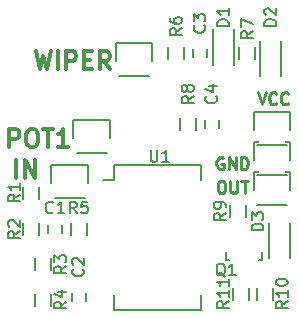
<source format=gto>
%TF.GenerationSoftware,KiCad,Pcbnew,4.0.4+e1-6308~48~ubuntu16.04.1-stable*%
%TF.CreationDate,2016-10-27T02:54:46-07:00*%
%TF.ProjectId,envelope-gen_LM358_DIP,656E76656C6F70652D67656E5F4C4D33,rev?*%
%TF.FileFunction,Legend,Top*%
%FSLAX46Y46*%
G04 Gerber Fmt 4.6, Leading zero omitted, Abs format (unit mm)*
G04 Created by KiCad (PCBNEW 4.0.4+e1-6308~48~ubuntu16.04.1-stable) date Thu Oct 27 02:54:46 2016*
%MOMM*%
%LPD*%
G01*
G04 APERTURE LIST*
%ADD10C,0.100000*%
%ADD11C,0.300000*%
%ADD12C,0.250000*%
%ADD13C,0.150000*%
%ADD14R,2.235200X2.235200*%
%ADD15O,1.600000X1.600000*%
%ADD16R,0.750000X0.800000*%
%ADD17R,1.220000X0.910000*%
%ADD18R,0.800100X0.800100*%
%ADD19R,0.900000X0.500000*%
G04 APERTURE END LIST*
D10*
D11*
X174371429Y-50478571D02*
X174728572Y-51978571D01*
X175014286Y-50907143D01*
X175300000Y-51978571D01*
X175657143Y-50478571D01*
X176228572Y-51978571D02*
X176228572Y-50478571D01*
X176942858Y-51978571D02*
X176942858Y-50478571D01*
X177514286Y-50478571D01*
X177657144Y-50550000D01*
X177728572Y-50621429D01*
X177800001Y-50764286D01*
X177800001Y-50978571D01*
X177728572Y-51121429D01*
X177657144Y-51192857D01*
X177514286Y-51264286D01*
X176942858Y-51264286D01*
X178442858Y-51192857D02*
X178942858Y-51192857D01*
X179157144Y-51978571D02*
X178442858Y-51978571D01*
X178442858Y-50478571D01*
X179157144Y-50478571D01*
X180657144Y-51978571D02*
X180157144Y-51264286D01*
X179800001Y-51978571D02*
X179800001Y-50478571D01*
X180371429Y-50478571D01*
X180514287Y-50550000D01*
X180585715Y-50621429D01*
X180657144Y-50764286D01*
X180657144Y-50978571D01*
X180585715Y-51121429D01*
X180514287Y-51192857D01*
X180371429Y-51264286D01*
X179800001Y-51264286D01*
X172135715Y-58578571D02*
X172135715Y-57078571D01*
X172707143Y-57078571D01*
X172850001Y-57150000D01*
X172921429Y-57221429D01*
X172992858Y-57364286D01*
X172992858Y-57578571D01*
X172921429Y-57721429D01*
X172850001Y-57792857D01*
X172707143Y-57864286D01*
X172135715Y-57864286D01*
X173921429Y-57078571D02*
X174207143Y-57078571D01*
X174350001Y-57150000D01*
X174492858Y-57292857D01*
X174564286Y-57578571D01*
X174564286Y-58078571D01*
X174492858Y-58364286D01*
X174350001Y-58507143D01*
X174207143Y-58578571D01*
X173921429Y-58578571D01*
X173778572Y-58507143D01*
X173635715Y-58364286D01*
X173564286Y-58078571D01*
X173564286Y-57578571D01*
X173635715Y-57292857D01*
X173778572Y-57150000D01*
X173921429Y-57078571D01*
X174992858Y-57078571D02*
X175850001Y-57078571D01*
X175421430Y-58578571D02*
X175421430Y-57078571D01*
X177135715Y-58578571D02*
X176278572Y-58578571D01*
X176707144Y-58578571D02*
X176707144Y-57078571D01*
X176564287Y-57292857D01*
X176421429Y-57435714D01*
X176278572Y-57507143D01*
D12*
X193166667Y-53952381D02*
X193500000Y-54952381D01*
X193833334Y-53952381D01*
X194738096Y-54857143D02*
X194690477Y-54904762D01*
X194547620Y-54952381D01*
X194452382Y-54952381D01*
X194309524Y-54904762D01*
X194214286Y-54809524D01*
X194166667Y-54714286D01*
X194119048Y-54523810D01*
X194119048Y-54380952D01*
X194166667Y-54190476D01*
X194214286Y-54095238D01*
X194309524Y-54000000D01*
X194452382Y-53952381D01*
X194547620Y-53952381D01*
X194690477Y-54000000D01*
X194738096Y-54047619D01*
X195738096Y-54857143D02*
X195690477Y-54904762D01*
X195547620Y-54952381D01*
X195452382Y-54952381D01*
X195309524Y-54904762D01*
X195214286Y-54809524D01*
X195166667Y-54714286D01*
X195119048Y-54523810D01*
X195119048Y-54380952D01*
X195166667Y-54190476D01*
X195214286Y-54095238D01*
X195309524Y-54000000D01*
X195452382Y-53952381D01*
X195547620Y-53952381D01*
X195690477Y-54000000D01*
X195738096Y-54047619D01*
X190238096Y-59500000D02*
X190142858Y-59452381D01*
X190000001Y-59452381D01*
X189857143Y-59500000D01*
X189761905Y-59595238D01*
X189714286Y-59690476D01*
X189666667Y-59880952D01*
X189666667Y-60023810D01*
X189714286Y-60214286D01*
X189761905Y-60309524D01*
X189857143Y-60404762D01*
X190000001Y-60452381D01*
X190095239Y-60452381D01*
X190238096Y-60404762D01*
X190285715Y-60357143D01*
X190285715Y-60023810D01*
X190095239Y-60023810D01*
X190714286Y-60452381D02*
X190714286Y-59452381D01*
X191285715Y-60452381D01*
X191285715Y-59452381D01*
X191761905Y-60452381D02*
X191761905Y-59452381D01*
X192000000Y-59452381D01*
X192142858Y-59500000D01*
X192238096Y-59595238D01*
X192285715Y-59690476D01*
X192333334Y-59880952D01*
X192333334Y-60023810D01*
X192285715Y-60214286D01*
X192238096Y-60309524D01*
X192142858Y-60404762D01*
X192000000Y-60452381D01*
X191761905Y-60452381D01*
X190000000Y-61452381D02*
X190190477Y-61452381D01*
X190285715Y-61500000D01*
X190380953Y-61595238D01*
X190428572Y-61785714D01*
X190428572Y-62119048D01*
X190380953Y-62309524D01*
X190285715Y-62404762D01*
X190190477Y-62452381D01*
X190000000Y-62452381D01*
X189904762Y-62404762D01*
X189809524Y-62309524D01*
X189761905Y-62119048D01*
X189761905Y-61785714D01*
X189809524Y-61595238D01*
X189904762Y-61500000D01*
X190000000Y-61452381D01*
X190857143Y-61452381D02*
X190857143Y-62261905D01*
X190904762Y-62357143D01*
X190952381Y-62404762D01*
X191047619Y-62452381D01*
X191238096Y-62452381D01*
X191333334Y-62404762D01*
X191380953Y-62357143D01*
X191428572Y-62261905D01*
X191428572Y-61452381D01*
X191761905Y-61452381D02*
X192333334Y-61452381D01*
X192047619Y-62452381D02*
X192047619Y-61452381D01*
D11*
X172714286Y-61178571D02*
X172714286Y-59678571D01*
X173428572Y-61178571D02*
X173428572Y-59678571D01*
X174285715Y-61178571D01*
X174285715Y-59678571D01*
D13*
X178791200Y-60070400D02*
X178791200Y-61620400D01*
X175691200Y-61620400D02*
X175691200Y-60070400D01*
X175691200Y-60070400D02*
X178791200Y-60070400D01*
X175971200Y-62890400D02*
X178511200Y-62890400D01*
X181015000Y-60125000D02*
X181015000Y-61395000D01*
X188365000Y-60125000D02*
X188365000Y-61395000D01*
X188365000Y-72335000D02*
X188365000Y-71065000D01*
X181015000Y-72335000D02*
X181015000Y-71065000D01*
X181015000Y-60125000D02*
X188365000Y-60125000D01*
X181015000Y-72335000D02*
X188365000Y-72335000D01*
X181015000Y-61395000D02*
X180080000Y-61395000D01*
X175400000Y-65850000D02*
X175400000Y-65150000D01*
X176600000Y-65150000D02*
X176600000Y-65850000D01*
X178600000Y-70900000D02*
X178600000Y-71600000D01*
X177400000Y-71600000D02*
X177400000Y-70900000D01*
X188875200Y-50251600D02*
X188875200Y-50951600D01*
X187675200Y-50951600D02*
X187675200Y-50251600D01*
X188675200Y-56951600D02*
X188675200Y-56251600D01*
X189875200Y-56251600D02*
X189875200Y-56951600D01*
X189375200Y-48601600D02*
X189375200Y-51601600D01*
X191175200Y-48601600D02*
X191175200Y-51601600D01*
X195175200Y-52601600D02*
X195175200Y-49601600D01*
X193375200Y-52601600D02*
X193375200Y-49601600D01*
X194100000Y-65000000D02*
X194100000Y-68000000D01*
X195900000Y-65000000D02*
X195900000Y-68000000D01*
X190700840Y-68150240D02*
X190749100Y-68150240D01*
X193499820Y-67449200D02*
X193499820Y-68150240D01*
X193499820Y-68150240D02*
X193250900Y-68150240D01*
X190700840Y-68150240D02*
X190500180Y-68150240D01*
X190500180Y-68150240D02*
X190500180Y-67449200D01*
X173325000Y-63000000D02*
X173325000Y-62000000D01*
X174675000Y-62000000D02*
X174675000Y-63000000D01*
X173325000Y-66000000D02*
X173325000Y-65000000D01*
X174675000Y-65000000D02*
X174675000Y-66000000D01*
X174325000Y-69000000D02*
X174325000Y-68000000D01*
X175675000Y-68000000D02*
X175675000Y-69000000D01*
X174325000Y-72000000D02*
X174325000Y-71000000D01*
X175675000Y-71000000D02*
X175675000Y-72000000D01*
X177325000Y-66000000D02*
X177325000Y-65000000D01*
X178675000Y-65000000D02*
X178675000Y-66000000D01*
X186950200Y-50101600D02*
X186950200Y-51101600D01*
X185600200Y-51101600D02*
X185600200Y-50101600D01*
X191600200Y-51101600D02*
X191600200Y-50101600D01*
X192950200Y-50101600D02*
X192950200Y-51101600D01*
X186600200Y-57101600D02*
X186600200Y-56101600D01*
X187950200Y-56101600D02*
X187950200Y-57101600D01*
X192175000Y-63500000D02*
X192175000Y-64500000D01*
X190825000Y-64500000D02*
X190825000Y-63500000D01*
X193075000Y-71500000D02*
X193075000Y-70500000D01*
X194425000Y-70500000D02*
X194425000Y-71500000D01*
X191075000Y-71500000D02*
X191075000Y-70500000D01*
X192425000Y-70500000D02*
X192425000Y-71500000D01*
X195910800Y-58140000D02*
X195910800Y-59690000D01*
X192810800Y-59690000D02*
X192810800Y-58140000D01*
X192810800Y-58140000D02*
X195910800Y-58140000D01*
X193090800Y-60960000D02*
X195630800Y-60960000D01*
X195910800Y-55600000D02*
X195910800Y-57150000D01*
X192810800Y-57150000D02*
X192810800Y-55600000D01*
X192810800Y-55600000D02*
X195910800Y-55600000D01*
X193090800Y-58420000D02*
X195630800Y-58420000D01*
X195910800Y-60680000D02*
X195910800Y-62230000D01*
X192810800Y-62230000D02*
X192810800Y-60680000D01*
X192810800Y-60680000D02*
X195910800Y-60680000D01*
X193090800Y-63500000D02*
X195630800Y-63500000D01*
X180650000Y-56300000D02*
X180650000Y-57850000D01*
X177550000Y-57850000D02*
X177550000Y-56300000D01*
X177550000Y-56300000D02*
X180650000Y-56300000D01*
X177830000Y-59120000D02*
X180370000Y-59120000D01*
X184250000Y-49750000D02*
X184250000Y-51300000D01*
X181150000Y-51300000D02*
X181150000Y-49750000D01*
X181150000Y-49750000D02*
X184250000Y-49750000D01*
X181430000Y-52570000D02*
X183970000Y-52570000D01*
X184099295Y-58837581D02*
X184099295Y-59647105D01*
X184146914Y-59742343D01*
X184194533Y-59789962D01*
X184289771Y-59837581D01*
X184480248Y-59837581D01*
X184575486Y-59789962D01*
X184623105Y-59742343D01*
X184670724Y-59647105D01*
X184670724Y-58837581D01*
X185670724Y-59837581D02*
X185099295Y-59837581D01*
X185385009Y-59837581D02*
X185385009Y-58837581D01*
X185289771Y-58980438D01*
X185194533Y-59075676D01*
X185099295Y-59123295D01*
X175833334Y-64107143D02*
X175785715Y-64154762D01*
X175642858Y-64202381D01*
X175547620Y-64202381D01*
X175404762Y-64154762D01*
X175309524Y-64059524D01*
X175261905Y-63964286D01*
X175214286Y-63773810D01*
X175214286Y-63630952D01*
X175261905Y-63440476D01*
X175309524Y-63345238D01*
X175404762Y-63250000D01*
X175547620Y-63202381D01*
X175642858Y-63202381D01*
X175785715Y-63250000D01*
X175833334Y-63297619D01*
X176785715Y-64202381D02*
X176214286Y-64202381D01*
X176500000Y-64202381D02*
X176500000Y-63202381D01*
X176404762Y-63345238D01*
X176309524Y-63440476D01*
X176214286Y-63488095D01*
X178357143Y-68916666D02*
X178404762Y-68964285D01*
X178452381Y-69107142D01*
X178452381Y-69202380D01*
X178404762Y-69345238D01*
X178309524Y-69440476D01*
X178214286Y-69488095D01*
X178023810Y-69535714D01*
X177880952Y-69535714D01*
X177690476Y-69488095D01*
X177595238Y-69440476D01*
X177500000Y-69345238D01*
X177452381Y-69202380D01*
X177452381Y-69107142D01*
X177500000Y-68964285D01*
X177547619Y-68916666D01*
X177547619Y-68535714D02*
X177500000Y-68488095D01*
X177452381Y-68392857D01*
X177452381Y-68154761D01*
X177500000Y-68059523D01*
X177547619Y-68011904D01*
X177642857Y-67964285D01*
X177738095Y-67964285D01*
X177880952Y-68011904D01*
X178452381Y-68583333D01*
X178452381Y-67964285D01*
X188632343Y-48268266D02*
X188679962Y-48315885D01*
X188727581Y-48458742D01*
X188727581Y-48553980D01*
X188679962Y-48696838D01*
X188584724Y-48792076D01*
X188489486Y-48839695D01*
X188299010Y-48887314D01*
X188156152Y-48887314D01*
X187965676Y-48839695D01*
X187870438Y-48792076D01*
X187775200Y-48696838D01*
X187727581Y-48553980D01*
X187727581Y-48458742D01*
X187775200Y-48315885D01*
X187822819Y-48268266D01*
X187727581Y-47934933D02*
X187727581Y-47315885D01*
X188108533Y-47649219D01*
X188108533Y-47506361D01*
X188156152Y-47411123D01*
X188203771Y-47363504D01*
X188299010Y-47315885D01*
X188537105Y-47315885D01*
X188632343Y-47363504D01*
X188679962Y-47411123D01*
X188727581Y-47506361D01*
X188727581Y-47792076D01*
X188679962Y-47887314D01*
X188632343Y-47934933D01*
X189632343Y-54268266D02*
X189679962Y-54315885D01*
X189727581Y-54458742D01*
X189727581Y-54553980D01*
X189679962Y-54696838D01*
X189584724Y-54792076D01*
X189489486Y-54839695D01*
X189299010Y-54887314D01*
X189156152Y-54887314D01*
X188965676Y-54839695D01*
X188870438Y-54792076D01*
X188775200Y-54696838D01*
X188727581Y-54553980D01*
X188727581Y-54458742D01*
X188775200Y-54315885D01*
X188822819Y-54268266D01*
X189060914Y-53411123D02*
X189727581Y-53411123D01*
X188679962Y-53649219D02*
X189394248Y-53887314D01*
X189394248Y-53268266D01*
X190727581Y-48339695D02*
X189727581Y-48339695D01*
X189727581Y-48101600D01*
X189775200Y-47958742D01*
X189870438Y-47863504D01*
X189965676Y-47815885D01*
X190156152Y-47768266D01*
X190299010Y-47768266D01*
X190489486Y-47815885D01*
X190584724Y-47863504D01*
X190679962Y-47958742D01*
X190727581Y-48101600D01*
X190727581Y-48339695D01*
X190727581Y-46815885D02*
X190727581Y-47387314D01*
X190727581Y-47101600D02*
X189727581Y-47101600D01*
X189870438Y-47196838D01*
X189965676Y-47292076D01*
X190013295Y-47387314D01*
X194727581Y-48339695D02*
X193727581Y-48339695D01*
X193727581Y-48101600D01*
X193775200Y-47958742D01*
X193870438Y-47863504D01*
X193965676Y-47815885D01*
X194156152Y-47768266D01*
X194299010Y-47768266D01*
X194489486Y-47815885D01*
X194584724Y-47863504D01*
X194679962Y-47958742D01*
X194727581Y-48101600D01*
X194727581Y-48339695D01*
X193822819Y-47387314D02*
X193775200Y-47339695D01*
X193727581Y-47244457D01*
X193727581Y-47006361D01*
X193775200Y-46911123D01*
X193822819Y-46863504D01*
X193918057Y-46815885D01*
X194013295Y-46815885D01*
X194156152Y-46863504D01*
X194727581Y-47434933D01*
X194727581Y-46815885D01*
X193652381Y-65638095D02*
X192652381Y-65638095D01*
X192652381Y-65400000D01*
X192700000Y-65257142D01*
X192795238Y-65161904D01*
X192890476Y-65114285D01*
X193080952Y-65066666D01*
X193223810Y-65066666D01*
X193414286Y-65114285D01*
X193509524Y-65161904D01*
X193604762Y-65257142D01*
X193652381Y-65400000D01*
X193652381Y-65638095D01*
X192652381Y-64733333D02*
X192652381Y-64114285D01*
X193033333Y-64447619D01*
X193033333Y-64304761D01*
X193080952Y-64209523D01*
X193128571Y-64161904D01*
X193223810Y-64114285D01*
X193461905Y-64114285D01*
X193557143Y-64161904D01*
X193604762Y-64209523D01*
X193652381Y-64304761D01*
X193652381Y-64590476D01*
X193604762Y-64685714D01*
X193557143Y-64733333D01*
X190404762Y-69547619D02*
X190309524Y-69500000D01*
X190214286Y-69404762D01*
X190071429Y-69261905D01*
X189976190Y-69214286D01*
X189880952Y-69214286D01*
X189928571Y-69452381D02*
X189833333Y-69404762D01*
X189738095Y-69309524D01*
X189690476Y-69119048D01*
X189690476Y-68785714D01*
X189738095Y-68595238D01*
X189833333Y-68500000D01*
X189928571Y-68452381D01*
X190119048Y-68452381D01*
X190214286Y-68500000D01*
X190309524Y-68595238D01*
X190357143Y-68785714D01*
X190357143Y-69119048D01*
X190309524Y-69309524D01*
X190214286Y-69404762D01*
X190119048Y-69452381D01*
X189928571Y-69452381D01*
X191309524Y-69452381D02*
X190738095Y-69452381D01*
X191023809Y-69452381D02*
X191023809Y-68452381D01*
X190928571Y-68595238D01*
X190833333Y-68690476D01*
X190738095Y-68738095D01*
X173019981Y-62599866D02*
X172543790Y-62933200D01*
X173019981Y-63171295D02*
X172019981Y-63171295D01*
X172019981Y-62790342D01*
X172067600Y-62695104D01*
X172115219Y-62647485D01*
X172210457Y-62599866D01*
X172353314Y-62599866D01*
X172448552Y-62647485D01*
X172496171Y-62695104D01*
X172543790Y-62790342D01*
X172543790Y-63171295D01*
X173019981Y-61647485D02*
X173019981Y-62218914D01*
X173019981Y-61933200D02*
X172019981Y-61933200D01*
X172162838Y-62028438D01*
X172258076Y-62123676D01*
X172305695Y-62218914D01*
X173019981Y-65698666D02*
X172543790Y-66032000D01*
X173019981Y-66270095D02*
X172019981Y-66270095D01*
X172019981Y-65889142D01*
X172067600Y-65793904D01*
X172115219Y-65746285D01*
X172210457Y-65698666D01*
X172353314Y-65698666D01*
X172448552Y-65746285D01*
X172496171Y-65793904D01*
X172543790Y-65889142D01*
X172543790Y-66270095D01*
X172115219Y-65317714D02*
X172067600Y-65270095D01*
X172019981Y-65174857D01*
X172019981Y-64936761D01*
X172067600Y-64841523D01*
X172115219Y-64793904D01*
X172210457Y-64746285D01*
X172305695Y-64746285D01*
X172448552Y-64793904D01*
X173019981Y-65365333D01*
X173019981Y-64746285D01*
X176952381Y-68666666D02*
X176476190Y-69000000D01*
X176952381Y-69238095D02*
X175952381Y-69238095D01*
X175952381Y-68857142D01*
X176000000Y-68761904D01*
X176047619Y-68714285D01*
X176142857Y-68666666D01*
X176285714Y-68666666D01*
X176380952Y-68714285D01*
X176428571Y-68761904D01*
X176476190Y-68857142D01*
X176476190Y-69238095D01*
X175952381Y-68333333D02*
X175952381Y-67714285D01*
X176333333Y-68047619D01*
X176333333Y-67904761D01*
X176380952Y-67809523D01*
X176428571Y-67761904D01*
X176523810Y-67714285D01*
X176761905Y-67714285D01*
X176857143Y-67761904D01*
X176904762Y-67809523D01*
X176952381Y-67904761D01*
X176952381Y-68190476D01*
X176904762Y-68285714D01*
X176857143Y-68333333D01*
X176952381Y-71666666D02*
X176476190Y-72000000D01*
X176952381Y-72238095D02*
X175952381Y-72238095D01*
X175952381Y-71857142D01*
X176000000Y-71761904D01*
X176047619Y-71714285D01*
X176142857Y-71666666D01*
X176285714Y-71666666D01*
X176380952Y-71714285D01*
X176428571Y-71761904D01*
X176476190Y-71857142D01*
X176476190Y-72238095D01*
X176285714Y-70809523D02*
X176952381Y-70809523D01*
X175904762Y-71047619D02*
X176619048Y-71285714D01*
X176619048Y-70666666D01*
X177833334Y-64202381D02*
X177500000Y-63726190D01*
X177261905Y-64202381D02*
X177261905Y-63202381D01*
X177642858Y-63202381D01*
X177738096Y-63250000D01*
X177785715Y-63297619D01*
X177833334Y-63392857D01*
X177833334Y-63535714D01*
X177785715Y-63630952D01*
X177738096Y-63678571D01*
X177642858Y-63726190D01*
X177261905Y-63726190D01*
X178738096Y-63202381D02*
X178261905Y-63202381D01*
X178214286Y-63678571D01*
X178261905Y-63630952D01*
X178357143Y-63583333D01*
X178595239Y-63583333D01*
X178690477Y-63630952D01*
X178738096Y-63678571D01*
X178785715Y-63773810D01*
X178785715Y-64011905D01*
X178738096Y-64107143D01*
X178690477Y-64154762D01*
X178595239Y-64202381D01*
X178357143Y-64202381D01*
X178261905Y-64154762D01*
X178214286Y-64107143D01*
X186727581Y-48518266D02*
X186251390Y-48851600D01*
X186727581Y-49089695D02*
X185727581Y-49089695D01*
X185727581Y-48708742D01*
X185775200Y-48613504D01*
X185822819Y-48565885D01*
X185918057Y-48518266D01*
X186060914Y-48518266D01*
X186156152Y-48565885D01*
X186203771Y-48613504D01*
X186251390Y-48708742D01*
X186251390Y-49089695D01*
X185727581Y-47661123D02*
X185727581Y-47851600D01*
X185775200Y-47946838D01*
X185822819Y-47994457D01*
X185965676Y-48089695D01*
X186156152Y-48137314D01*
X186537105Y-48137314D01*
X186632343Y-48089695D01*
X186679962Y-48042076D01*
X186727581Y-47946838D01*
X186727581Y-47756361D01*
X186679962Y-47661123D01*
X186632343Y-47613504D01*
X186537105Y-47565885D01*
X186299010Y-47565885D01*
X186203771Y-47613504D01*
X186156152Y-47661123D01*
X186108533Y-47756361D01*
X186108533Y-47946838D01*
X186156152Y-48042076D01*
X186203771Y-48089695D01*
X186299010Y-48137314D01*
X192727581Y-48768266D02*
X192251390Y-49101600D01*
X192727581Y-49339695D02*
X191727581Y-49339695D01*
X191727581Y-48958742D01*
X191775200Y-48863504D01*
X191822819Y-48815885D01*
X191918057Y-48768266D01*
X192060914Y-48768266D01*
X192156152Y-48815885D01*
X192203771Y-48863504D01*
X192251390Y-48958742D01*
X192251390Y-49339695D01*
X191727581Y-48434933D02*
X191727581Y-47768266D01*
X192727581Y-48196838D01*
X187727581Y-54268266D02*
X187251390Y-54601600D01*
X187727581Y-54839695D02*
X186727581Y-54839695D01*
X186727581Y-54458742D01*
X186775200Y-54363504D01*
X186822819Y-54315885D01*
X186918057Y-54268266D01*
X187060914Y-54268266D01*
X187156152Y-54315885D01*
X187203771Y-54363504D01*
X187251390Y-54458742D01*
X187251390Y-54839695D01*
X187156152Y-53696838D02*
X187108533Y-53792076D01*
X187060914Y-53839695D01*
X186965676Y-53887314D01*
X186918057Y-53887314D01*
X186822819Y-53839695D01*
X186775200Y-53792076D01*
X186727581Y-53696838D01*
X186727581Y-53506361D01*
X186775200Y-53411123D01*
X186822819Y-53363504D01*
X186918057Y-53315885D01*
X186965676Y-53315885D01*
X187060914Y-53363504D01*
X187108533Y-53411123D01*
X187156152Y-53506361D01*
X187156152Y-53696838D01*
X187203771Y-53792076D01*
X187251390Y-53839695D01*
X187346629Y-53887314D01*
X187537105Y-53887314D01*
X187632343Y-53839695D01*
X187679962Y-53792076D01*
X187727581Y-53696838D01*
X187727581Y-53506361D01*
X187679962Y-53411123D01*
X187632343Y-53363504D01*
X187537105Y-53315885D01*
X187346629Y-53315885D01*
X187251390Y-53363504D01*
X187203771Y-53411123D01*
X187156152Y-53506361D01*
X190452381Y-64166666D02*
X189976190Y-64500000D01*
X190452381Y-64738095D02*
X189452381Y-64738095D01*
X189452381Y-64357142D01*
X189500000Y-64261904D01*
X189547619Y-64214285D01*
X189642857Y-64166666D01*
X189785714Y-64166666D01*
X189880952Y-64214285D01*
X189928571Y-64261904D01*
X189976190Y-64357142D01*
X189976190Y-64738095D01*
X190452381Y-63690476D02*
X190452381Y-63500000D01*
X190404762Y-63404761D01*
X190357143Y-63357142D01*
X190214286Y-63261904D01*
X190023810Y-63214285D01*
X189642857Y-63214285D01*
X189547619Y-63261904D01*
X189500000Y-63309523D01*
X189452381Y-63404761D01*
X189452381Y-63595238D01*
X189500000Y-63690476D01*
X189547619Y-63738095D01*
X189642857Y-63785714D01*
X189880952Y-63785714D01*
X189976190Y-63738095D01*
X190023810Y-63690476D01*
X190071429Y-63595238D01*
X190071429Y-63404761D01*
X190023810Y-63309523D01*
X189976190Y-63261904D01*
X189880952Y-63214285D01*
X195702381Y-71642857D02*
X195226190Y-71976191D01*
X195702381Y-72214286D02*
X194702381Y-72214286D01*
X194702381Y-71833333D01*
X194750000Y-71738095D01*
X194797619Y-71690476D01*
X194892857Y-71642857D01*
X195035714Y-71642857D01*
X195130952Y-71690476D01*
X195178571Y-71738095D01*
X195226190Y-71833333D01*
X195226190Y-72214286D01*
X195702381Y-70690476D02*
X195702381Y-71261905D01*
X195702381Y-70976191D02*
X194702381Y-70976191D01*
X194845238Y-71071429D01*
X194940476Y-71166667D01*
X194988095Y-71261905D01*
X194702381Y-70071429D02*
X194702381Y-69976190D01*
X194750000Y-69880952D01*
X194797619Y-69833333D01*
X194892857Y-69785714D01*
X195083333Y-69738095D01*
X195321429Y-69738095D01*
X195511905Y-69785714D01*
X195607143Y-69833333D01*
X195654762Y-69880952D01*
X195702381Y-69976190D01*
X195702381Y-70071429D01*
X195654762Y-70166667D01*
X195607143Y-70214286D01*
X195511905Y-70261905D01*
X195321429Y-70309524D01*
X195083333Y-70309524D01*
X194892857Y-70261905D01*
X194797619Y-70214286D01*
X194750000Y-70166667D01*
X194702381Y-70071429D01*
X190702381Y-71642857D02*
X190226190Y-71976191D01*
X190702381Y-72214286D02*
X189702381Y-72214286D01*
X189702381Y-71833333D01*
X189750000Y-71738095D01*
X189797619Y-71690476D01*
X189892857Y-71642857D01*
X190035714Y-71642857D01*
X190130952Y-71690476D01*
X190178571Y-71738095D01*
X190226190Y-71833333D01*
X190226190Y-72214286D01*
X190702381Y-70690476D02*
X190702381Y-71261905D01*
X190702381Y-70976191D02*
X189702381Y-70976191D01*
X189845238Y-71071429D01*
X189940476Y-71166667D01*
X189988095Y-71261905D01*
X190702381Y-69738095D02*
X190702381Y-70309524D01*
X190702381Y-70023810D02*
X189702381Y-70023810D01*
X189845238Y-70119048D01*
X189940476Y-70214286D01*
X189988095Y-70309524D01*
%LPC*%
D14*
X177241200Y-61620400D03*
D15*
X180880000Y-62420000D03*
X180880000Y-64960000D03*
X180880000Y-67500000D03*
X180880000Y-70040000D03*
X188500000Y-70040000D03*
X188500000Y-67500000D03*
X188500000Y-64960000D03*
X188500000Y-62420000D03*
D16*
X176000000Y-66250000D03*
X176000000Y-64750000D03*
X178000000Y-70500000D03*
X178000000Y-72000000D03*
X188275200Y-49851600D03*
X188275200Y-51351600D03*
X189275200Y-57351600D03*
X189275200Y-55851600D03*
D17*
X190275200Y-48966600D03*
X190275200Y-52236600D03*
X194275200Y-52236600D03*
X194275200Y-48966600D03*
X195000000Y-65365000D03*
X195000000Y-68635000D03*
D18*
X192950000Y-66499240D03*
X191050000Y-66499240D03*
X192000000Y-68498220D03*
D19*
X174000000Y-61750000D03*
X174000000Y-63250000D03*
X174000000Y-64750000D03*
X174000000Y-66250000D03*
X175000000Y-67750000D03*
X175000000Y-69250000D03*
X175000000Y-70750000D03*
X175000000Y-72250000D03*
X178000000Y-64750000D03*
X178000000Y-66250000D03*
X186275200Y-51351600D03*
X186275200Y-49851600D03*
X192275200Y-49851600D03*
X192275200Y-51351600D03*
X187275200Y-55851600D03*
X187275200Y-57351600D03*
X191500000Y-64750000D03*
X191500000Y-63250000D03*
X193750000Y-70250000D03*
X193750000Y-71750000D03*
X191750000Y-70250000D03*
X191750000Y-71750000D03*
D14*
X194360800Y-59690000D03*
X194360800Y-57150000D03*
X194360800Y-62230000D03*
X179100000Y-57850000D03*
X182700000Y-51300000D03*
M02*

</source>
